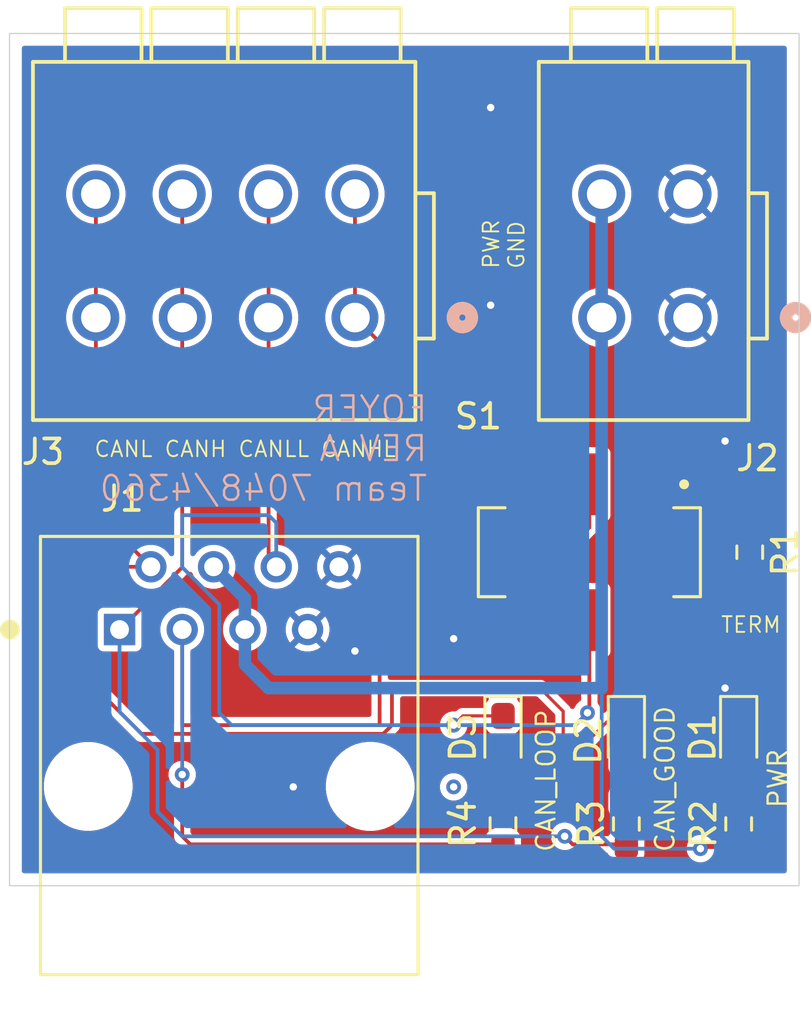
<source format=kicad_pcb>
(kicad_pcb (version 20241229) (generator "pcbnew") (generator_version "9.0")
  (layers (0 "F.Cu" signal) (2 "B.Cu" signal) (13 "F.Paste" user) (15 "B.Paste" user) (5 "F.SilkS" user "F.Silkscreen") (7 "B.SilkS" user "B.Silkscreen") (1 "F.Mask" user) (3 "B.Mask" user) (25 "Edge.Cuts" user))
  (net 0 "")
  (net 1 "GND")
  (net 2 "Net-(D1-A)")
  (net 3 "/CAN_LOW")
  (net 4 "Net-(D2-A)")
  (net 5 "/CAN_LOW_LOOP")
  (net 6 "Net-(D3-A)")
  (net 7 "/VBAT")
  (net 8 "/CAN_HIGH")
  (net 9 "/CAN_HIGH_LOOP")
  (net 10 "Net-(R1-Pad2)")
  (net 11 "Net-(R1-Pad1)")
  (footprint "LED_SMD:LED_0603_1608Metric_Pad1.05x0.95mm_HandSolder" (layer "F.Cu") (at 162.052 103 -90)
    (property "Reference" "D1" (at 0 1.464 270) (layer "F.SilkS"))
    (property "Value" "LED")
    (fp_line (start -1.66 0.735) (end 0.8 0.735) (stroke (width 0.12)) (layer "F.SilkS"))
    (fp_line (start -1.66 -0.735) (end -1.66 0.735) (stroke (width 0.12)) (layer "F.SilkS"))
    (fp_line (start 0.8 -0.735) (end -1.66 -0.735) (stroke (width 0.12)) (layer "F.SilkS"))
    (pad "1" smd roundrect (at -0.875 0 270) (size 1.05 0.95) (layers "F.Cu" "F.Mask" "F.Paste") (net 1 "GND"))
    (pad "2" smd roundrect (at 0.875 0 270) (size 1.05 0.95) (layers "F.Cu" "F.Mask" "F.Paste") (net 2 "Net-(D1-A)"))
  )
  (footprint "LocalFootprints:SW_JS202011SCQN" (layer "F.Cu") (at 156 95.5 180)
    (property "Reference" "S1" (at 4.5 5.5 0) (layer "F.SilkS"))
    (property "Value" "JS202011SCQN")
    (fp_line (start 4.5 1.8) (end 4.5 -1.8) (stroke (width 0.127)) (layer "F.SilkS"))
    (fp_line (start 4.5 -1.8) (end 3.42 -1.8) (stroke (width 0.127)) (layer "F.SilkS"))
    (fp_line (start 3.42 1.8) (end 4.5 1.8) (stroke (width 0.127)) (layer "F.SilkS"))
    (fp_line (start -3.42 -1.8) (end -4.5 -1.8) (stroke (width 0.127)) (layer "F.SilkS"))
    (fp_line (start -4.5 1.8) (end -3.42 1.8) (stroke (width 0.127)) (layer "F.SilkS"))
    (fp_line (start -4.5 -1.8) (end -4.5 1.8) (stroke (width 0.127)) (layer "F.SilkS"))
    (fp_circle (center -3.84 2.75) (end -3.74 2.75) (stroke (width 0.2)) (fill no) (layer "F.SilkS"))
    (pad "1" smd rect (at -2.5 2.75 180) (size 1.2 2.5) (layers "F.Cu" "F.Mask" "F.Paste") (net 11 "Net-(R1-Pad1)"))
    (pad "2" smd rect (at 0 2.75 180) (size 1.2 2.5) (layers "F.Cu" "F.Mask" "F.Paste") (net 9 "/CAN_HIGH_LOOP"))
    (pad "3" smd rect (at 2.5 2.75 180) (size 1.2 2.5) (layers "F.Cu" "F.Mask" "F.Paste"))
    (pad "4" smd rect (at -2.5 -2.75 180) (size 1.2 2.5) (layers "F.Cu" "F.Mask" "F.Paste") (net 10 "Net-(R1-Pad2)"))
    (pad "5" smd rect (at 0 -2.75 180) (size 1.2 2.5) (layers "F.Cu" "F.Mask" "F.Paste") (net 5 "/CAN_LOW_LOOP"))
    (pad "6" smd rect (at 2.5 -2.75 180) (size 1.2 2.5) (layers "F.Cu" "F.Mask" "F.Paste"))
  )
  (footprint "LocalFootprints:CONN2_2601-1102_WAG" (layer "F.Cu") (at 160 86 180)
    (property "Reference" "J2" (at -2.814 -5.694 0) (layer "F.SilkS"))
    (property "Value" "2601-1102")
    (fp_line (start 6.05 -4.149999) (end 6.05 10.349999) (stroke (width 0.1524)) (layer "F.SilkS"))
    (fp_line (start 4.75 10.35) (end 4.75 12.524999) (stroke (width 0.1524)) (layer "F.SilkS"))
    (fp_line (start 1.650001 12.524999) (end 4.75 12.524999) (stroke (width 0.1524)) (layer "F.SilkS"))
    (fp_line (start 1.650001 10.35) (end 1.650001 12.524999) (stroke (width 0.1524)) (layer "F.SilkS"))
    (fp_line (start 1.249999 10.35) (end 1.249999 12.524999) (stroke (width 0.1524)) (layer "F.SilkS"))
    (fp_line (start -1.85 12.524999) (end 1.249999 12.524999) (stroke (width 0.1524)) (layer "F.SilkS"))
    (fp_line (start -1.85 10.35) (end -1.85 12.524999) (stroke (width 0.1524)) (layer "F.SilkS"))
    (fp_line (start -2.449999 5.034001) (end -3.2 5.034001) (stroke (width 0.1524)) (layer "F.SilkS"))
    (fp_line (start -2.449999 -0.849998) (end -3.2 -0.849998) (stroke (width 0.1524)) (layer "F.SilkS"))
    (fp_line (start -2.45 10.349999) (end 6.05 10.349999) (stroke (width 0.1524)) (layer "F.SilkS"))
    (fp_line (start -2.45 10.349999) (end -2.45 -4.149999) (stroke (width 0.1524)) (layer "F.SilkS"))
    (fp_line (start -2.45 -4.149999) (end 6.05 -4.149999) (stroke (width 0.1524)) (layer "F.SilkS"))
    (fp_line (start -3.2 5.034001) (end -3.2 -0.849998) (stroke (width 0.1524)) (layer "F.SilkS"))
    (fp_circle (center -4.355 0) (end -3.974 0) (stroke (width 0.508)) (fill no) (layer "F.SilkS"))
    (fp_circle (center -4.355 0) (end -3.974 0) (stroke (width 0.508)) (fill no) (layer "B.SilkS"))
    (pad "1" thru_hole circle (at 0 0 180) (size 1.9 1.9) (drill 1.2) (layers "*.Cu" "*.Mask") (net 1 "GND"))
    (pad "2" thru_hole circle (at 0 5 180) (size 1.9 1.9) (drill 1.2) (layers "*.Cu" "*.Mask") (net 1 "GND"))
    (pad "3" thru_hole circle (at 3.5 0 180) (size 1.9 1.9) (drill 1.2) (layers "*.Cu" "*.Mask") (net 7 "/VBAT"))
    (pad "4" thru_hole circle (at 3.5 5 180) (size 1.9 1.9) (drill 1.2) (layers "*.Cu" "*.Mask") (net 7 "/VBAT"))
  )
  (footprint "Resistor_SMD:R_0603_1608Metric_Pad0.98x0.95mm_HandSolder" (layer "F.Cu") (at 162.052 106.5 90)
    (property "Reference" "R2" (at 0 -1.43 90) (layer "F.SilkS"))
    (property "Value" "680")
    (fp_line (start -0.254724 -0.5225) (end 0.254724 -0.5225) (stroke (width 0.12)) (layer "F.SilkS"))
    (fp_line (start -0.254724 0.5225) (end 0.254724 0.5225) (stroke (width 0.12)) (layer "F.SilkS"))
    (pad "1" smd roundrect (at -0.9125 0 90) (size 0.975 0.95) (layers "F.Cu" "F.Mask" "F.Paste") (net 7 "/VBAT"))
    (pad "2" smd roundrect (at 0.9125 0 90) (size 0.975 0.95) (layers "F.Cu" "F.Mask" "F.Paste") (net 2 "Net-(D1-A)"))
  )
  (footprint "Resistor_SMD:R_0603_1608Metric_Pad0.98x0.95mm_HandSolder" (layer "F.Cu") (at 152.5 106.5 90)
    (property "Reference" "R4" (at 0 -1.624 90) (layer "F.SilkS"))
    (property "Value" "680")
    (fp_line (start -0.254724 -0.5225) (end 0.254724 -0.5225) (stroke (width 0.12)) (layer "F.SilkS"))
    (fp_line (start -0.254724 0.5225) (end 0.254724 0.5225) (stroke (width 0.12)) (layer "F.SilkS"))
    (pad "1" smd roundrect (at -0.9125 0 90) (size 0.975 0.95) (layers "F.Cu" "F.Mask" "F.Paste") (net 9 "/CAN_HIGH_LOOP"))
    (pad "2" smd roundrect (at 0.9125 0 90) (size 0.975 0.95) (layers "F.Cu" "F.Mask" "F.Paste") (net 6 "Net-(D3-A)"))
  )
  (footprint "LocalFootprints:CONN4_2601-1104_WAG" (layer "F.Cu") (at 146.5 86 180)
    (property "Reference" "J3" (at 12.642 -5.44 0) (layer "F.SilkS"))
    (property "Value" "2601-1104")
    (fp_line (start 13.050002 -4.149999) (end 13.050002 10.349999) (stroke (width 0.1524)) (layer "F.SilkS"))
    (fp_line (start 11.750002 10.35) (end 11.750002 12.524999) (stroke (width 0.1524)) (layer "F.SilkS"))
    (fp_line (start 8.650003 12.524999) (end 11.750002 12.524999) (stroke (width 0.1524)) (layer "F.SilkS"))
    (fp_line (start 8.650003 10.35) (end 8.650003 12.524999) (stroke (width 0.1524)) (layer "F.SilkS"))
    (fp_line (start 8.250001 10.35) (end 8.250001 12.524999) (stroke (width 0.1524)) (layer "F.SilkS"))
    (fp_line (start 5.150002 12.524999) (end 8.250001 12.524999) (stroke (width 0.1524)) (layer "F.SilkS"))
    (fp_line (start 5.150002 10.35) (end 5.150002 12.524999) (stroke (width 0.1524)) (layer "F.SilkS"))
    (fp_line (start 4.750001 10.35) (end 4.750001 12.524999) (stroke (width 0.1524)) (layer "F.SilkS"))
    (fp_line (start 1.650002 12.524999) (end 4.750001 12.524999) (stroke (width 0.1524)) (layer "F.SilkS"))
    (fp_line (start 1.650002 10.35) (end 1.650002 12.524999) (stroke (width 0.1524)) (layer "F.SilkS"))
    (fp_line (start 1.25 10.35) (end 1.25 12.524999) (stroke (width 0.1524)) (layer "F.SilkS"))
    (fp_line (start -1.849999 12.524999) (end 1.25 12.524999) (stroke (width 0.1524)) (layer "F.SilkS"))
    (fp_line (start -1.849999 10.35) (end -1.849999 12.524999) (stroke (width 0.1524)) (layer "F.SilkS"))
    (fp_line (start -2.449998 5.034001) (end -3.199999 5.034001) (stroke (width 0.1524)) (layer "F.SilkS"))
    (fp_line (start -2.449998 -0.849998) (end -3.199999 -0.849998) (stroke (width 0.1524)) (layer "F.SilkS"))
    (fp_line (start -2.449999 10.349999) (end 13.050002 10.349999) (stroke (width 0.1524)) (layer "F.SilkS"))
    (fp_line (start -2.449999 10.349999) (end -2.449999 -4.149999) (stroke (width 0.1524)) (layer "F.SilkS"))
    (fp_line (start -2.449999 -4.149999) (end 13.050002 -4.149999) (stroke (width 0.1524)) (layer "F.SilkS"))
    (fp_line (start -3.199999 5.034001) (end -3.199999 -0.849998) (stroke (width 0.1524)) (layer "F.SilkS"))
    (fp_circle (center -4.354998 0) (end -3.973998 0) (stroke (width 0.508)) (fill no) (layer "F.SilkS"))
    (fp_circle (center -4.354998 0) (end -3.973998 0) (stroke (width 0.508)) (fill no) (layer "B.SilkS"))
    (pad "1" thru_hole circle (at 0 0 180) (size 1.9 1.9) (drill 1.2) (layers "*.Cu" "*.Mask") (net 9 "/CAN_HIGH_LOOP"))
    (pad "2" thru_hole circle (at 0 5 180) (size 1.9 1.9) (drill 1.2) (layers "*.Cu" "*.Mask") (net 9 "/CAN_HIGH_LOOP"))
    (pad "3" thru_hole circle (at 3.500003 0 180) (size 1.9 1.9) (drill 1.2) (layers "*.Cu" "*.Mask") (net 5 "/CAN_LOW_LOOP"))
    (pad "4" thru_hole circle (at 3.500003 5 180) (size 1.9 1.9) (drill 1.2) (layers "*.Cu" "*.Mask") (net 5 "/CAN_LOW_LOOP"))
    (pad "5" thru_hole circle (at 7.000004 0 180) (size 1.9 1.9) (drill 1.2) (layers "*.Cu" "*.Mask") (net 8 "/CAN_HIGH"))
    (pad "6" thru_hole circle (at 7.000004 5 180) (size 1.9 1.9) (drill 1.2) (layers "*.Cu" "*.Mask") (net 8 "/CAN_HIGH"))
    (pad "7" thru_hole circle (at 10.500004 0 180) (size 1.9 1.9) (drill 1.2) (layers "*.Cu" "*.Mask") (net 3 "/CAN_LOW"))
    (pad "8" thru_hole circle (at 10.500004 5 180) (size 1.9 1.9) (drill 1.2) (layers "*.Cu" "*.Mask") (net 3 "/CAN_LOW"))
  )
  (footprint "LocalFootprints:AMPHENOL_54602-908LF" (layer "F.Cu") (at 141.405 104.98)
    (property "Reference" "J1" (at -4.331825 -11.646315 0) (layer "F.SilkS") (effects (font (size 1.001598 1.001598))))
    (property "Value" "RJ45")
    (fp_line (start -7.65 -10.12) (end 7.65 -10.12) (stroke (width 0.127)) (layer "F.SilkS"))
    (fp_line (start -7.65 7.62) (end -7.65 -10.12) (stroke (width 0.127)) (layer "F.SilkS"))
    (fp_line (start 7.65 -10.12) (end 7.65 7.62) (stroke (width 0.127)) (layer "F.SilkS"))
    (fp_line (start 7.65 7.62) (end -7.65 7.62) (stroke (width 0.127)) (layer "F.SilkS"))
    (fp_circle (center -8.89 -6.35) (end -8.69 -6.35) (stroke (width 0.4)) (fill no) (layer "F.SilkS"))
    (pad "" np_thru_hole circle (at -5.715 0) (size 3.2 3.2) (drill 3.2) (layers "*.Cu" "*.Mask"))
    (pad "" np_thru_hole circle (at 5.715 0) (size 3.2 3.2) (drill 3.2) (layers "*.Cu" "*.Mask"))
    (pad "1" thru_hole rect (at -4.445 -6.35) (size 1.268 1.268) (drill 0.76) (layers "*.Cu" "*.Mask") (net 8 "/CAN_HIGH"))
    (pad "2" thru_hole circle (at -3.175 -8.89) (size 1.268 1.268) (drill 0.76) (layers "*.Cu" "*.Mask") (net 3 "/CAN_LOW"))
    (pad "3" thru_hole circle (at -1.905 -6.35) (size 1.268 1.268) (drill 0.76) (layers "*.Cu" "*.Mask") (net 9 "/CAN_HIGH_LOOP"))
    (pad "4" thru_hole circle (at -0.635 -8.89) (size 1.268 1.268) (drill 0.76) (layers "*.Cu" "*.Mask") (net 7 "/VBAT"))
    (pad "5" thru_hole circle (at 0.635 -6.35) (size 1.268 1.268) (drill 0.76) (layers "*.Cu" "*.Mask") (net 7 "/VBAT"))
    (pad "6" thru_hole circle (at 1.905 -8.89) (size 1.268 1.268) (drill 0.76) (layers "*.Cu" "*.Mask") (net 5 "/CAN_LOW_LOOP"))
    (pad "7" thru_hole circle (at 3.175 -6.35) (size 1.268 1.268) (drill 0.76) (layers "*.Cu" "*.Mask") (net 1 "GND"))
    (pad "8" thru_hole circle (at 4.445 -8.89) (size 1.268 1.268) (drill 0.76) (layers "*.Cu" "*.Mask") (net 1 "GND"))
  )
  (footprint "Resistor_SMD:R_0603_1608Metric_Pad0.98x0.95mm_HandSolder" (layer "F.Cu") (at 162.5 95.5 -90)
    (property "Reference" "R1" (at 0 -1.43 270) (layer "F.SilkS"))
    (property "Value" "120")
    (fp_line (start -0.254724 0.5225) (end 0.254724 0.5225) (stroke (width 0.12)) (layer "F.SilkS"))
    (fp_line (start -0.254724 -0.5225) (end 0.254724 -0.5225) (stroke (width 0.12)) (layer "F.SilkS"))
    (pad "1" smd roundrect (at -0.9125 0 270) (size 0.975 0.95) (layers "F.Cu" "F.Mask" "F.Paste") (net 11 "Net-(R1-Pad1)"))
    (pad "2" smd roundrect (at 0.9125 0 270) (size 0.975 0.95) (layers "F.Cu" "F.Mask" "F.Paste") (net 10 "Net-(R1-Pad2)"))
  )
  (footprint "LED_SMD:LED_0603_1608Metric_Pad1.05x0.95mm_HandSolder" (layer "F.Cu") (at 157.5 103 -90)
    (property "Reference" "D2" (at 0.124 1.544 270) (layer "F.SilkS"))
    (property "Value" "LED")
    (fp_line (start -1.66 0.735) (end 0.8 0.735) (stroke (width 0.12)) (layer "F.SilkS"))
    (fp_line (start -1.66 -0.735) (end -1.66 0.735) (stroke (width 0.12)) (layer "F.SilkS"))
    (fp_line (start 0.8 -0.735) (end -1.66 -0.735) (stroke (width 0.12)) (layer "F.SilkS"))
    (pad "1" smd roundrect (at -0.875 0 270) (size 1.05 0.95) (layers "F.Cu" "F.Mask" "F.Paste") (net 3 "/CAN_LOW"))
    (pad "2" smd roundrect (at 0.875 0 270) (size 1.05 0.95) (layers "F.Cu" "F.Mask" "F.Paste") (net 4 "Net-(D2-A)"))
  )
  (footprint "LED_SMD:LED_0603_1608Metric_Pad1.05x0.95mm_HandSolder" (layer "F.Cu") (at 152.5 103 -90)
    (property "Reference" "D3" (at 0 1.624 270) (layer "F.SilkS"))
    (property "Value" "LED")
    (fp_line (start -1.66 0.735) (end 0.8 0.735) (stroke (width 0.12)) (layer "F.SilkS"))
    (fp_line (start -1.66 -0.735) (end -1.66 0.735) (stroke (width 0.12)) (layer "F.SilkS"))
    (fp_line (start 0.8 -0.735) (end -1.66 -0.735) (stroke (width 0.12)) (layer "F.SilkS"))
    (pad "1" smd roundrect (at -0.875 0 270) (size 1.05 0.95) (layers "F.Cu" "F.Mask" "F.Paste") (net 5 "/CAN_LOW_LOOP"))
    (pad "2" smd roundrect (at 0.875 0 270) (size 1.05 0.95) (layers "F.Cu" "F.Mask" "F.Paste") (net 6 "Net-(D3-A)"))
  )
  (footprint "Resistor_SMD:R_0603_1608Metric_Pad0.98x0.95mm_HandSolder" (layer "F.Cu") (at 157.5 106.5 90)
    (property "Reference" "R3" (at 0 -1.43 90) (layer "F.SilkS"))
    (property "Value" "680")
    (fp_line (start -0.254724 -0.5225) (end 0.254724 -0.5225) (stroke (width 0.12)) (layer "F.SilkS"))
    (fp_line (start -0.254724 0.5225) (end 0.254724 0.5225) (stroke (width 0.12)) (layer "F.SilkS"))
    (pad "1" smd roundrect (at -0.9125 0 90) (size 0.975 0.95) (layers "F.Cu" "F.Mask" "F.Paste") (net 8 "/CAN_HIGH"))
    (pad "2" smd roundrect (at 0.9125 0 90) (size 0.975 0.95) (layers "F.Cu" "F.Mask" "F.Paste") (net 4 "Net-(D2-A)"))
  )
  (gr_rect (start 132.5 74.5) (end 164.5 109) (stroke (width 0.05)) (fill no) (layer "Edge.Cuts"))
  (gr_text "PWR" (at 164.084 105.918 90) (layer "F.SilkS") (effects (font (size 0.762 0.762) (thickness 0.09525)) (justify left bottom)))
  (gr_text "PWR\nGND" (at 153.416 84.074 90) (layer "F.SilkS") (effects (font (size 0.635 0.635) (thickness 0.0762)) (justify left bottom)))
  (gr_text "CAN_LOOP" (at 154.686 107.696 90) (layer "F.SilkS") (effects (font (size 0.762 0.762) (thickness 0.09525)) (justify left bottom)))
  (gr_text "TERM" (at 161.29 98.806 0) (layer "F.SilkS") (effects (font (size 0.635 0.635) (thickness 0.0762)) (justify left bottom)))
  (gr_text "CAN_GOOD" (at 159.512 107.696 90) (layer "F.SilkS") (effects (font (size 0.762 0.762) (thickness 0.09525)) (justify left bottom)))
  (gr_text "CANL CANH CANLL CANHL" (at 135.89 91.694 0) (layer "F.SilkS") (effects (font (size 0.635 0.635) (thickness 0.0762)) (justify left bottom)))
  (gr_text "FOYER\nREV A\nTeam 7048/4360" (at 149.5 93.5 0) (layer "B.SilkS") (effects (font (size 1 1) (thickness 0.1)) (justify left bottom mirror)))
  (via (at 150.5 105) (size 0.6) (drill 0.3) (layers "F.Cu" "B.Cu") (net 0))
  (via (at 144 105) (size 0.6) (drill 0.3) (layers "F.Cu" "B.Cu") (net 1))
  (via (at 152 85.5) (size 0.6) (drill 0.3) (layers "F.Cu" "B.Cu") (net 1))
  (via (at 152 77.5) (size 0.6) (drill 0.3) (layers "F.Cu" "B.Cu") (net 1))
  (via (at 150.5 99) (size 0.6) (drill 0.3) (layers "F.Cu" "B.Cu") (net 1))
  (via (at 161.5 91) (size 0.6) (drill 0.3) (layers "F.Cu" "B.Cu") (net 1))
  (via (at 146.5 99.5) (size 0.6) (drill 0.3) (layers "F.Cu" "B.Cu") (net 1))
  (via (at 161.5 101) (size 0.6) (drill 0.3) (layers "F.Cu" "B.Cu") (net 1))
  (segment (start 162.052 105.5875) (end 162.052 103.875) (width 0.2) (layer "F.Cu") (net 2))
  (segment (start 135.999996 86) (end 135.999996 93.859996) (width 0.1524) (layer "F.Cu") (net 3))
  (segment (start 135 100) (end 135 96.5) (width 0.1524) (layer "F.Cu") (net 3))
  (segment (start 148 101) (end 148 102.499783) (width 0.1524) (layer "F.Cu") (net 3))
  (segment (start 135 96.5) (end 135.41 96.09) (width 0.1524) (layer "F.Cu") (net 3))
  (segment (start 135.999996 81) (end 135.999996 86) (width 0.1524) (layer "F.Cu") (net 3))
  (segment (start 147.646383 102.8534) (end 137.8534 102.8534) (width 0.1524) (layer "F.Cu") (net 3))
  (segment (start 137.8534 102.8534) (end 135 100) (width 0.1524) (layer "F.Cu") (net 3))
  (segment (start 157.5 102.125) (end 156.955 102.125) (width 0.127) (layer "F.Cu") (net 3))
  (segment (start 156.955 102.125) (end 155.956 103.124) (width 0.127) (layer "F.Cu") (net 3))
  (segment (start 155.956 103.124) (end 154.94 103.124) (width 0.127) (layer "F.Cu") (net 3))
  (segment (start 135.999996 93.859996) (end 138.23 96.09) (width 0.1524) (layer "F.Cu") (net 3))
  (segment (start 154.94 101.94) (end 154 101) (width 0.127) (layer "F.Cu") (net 3))
  (segment (start 154 101) (end 148 101) (width 0.1524) (layer "F.Cu") (net 3))
  (segment (start 154.94 103.124) (end 154.94 101.94) (width 0.127) (layer "F.Cu") (net 3))
  (segment (start 148 102.499783) (end 147.646383 102.8534) (width 0.1524) (layer "F.Cu") (net 3))
  (segment (start 135.41 96.09) (end 138.23 96.09) (width 0.1524) (layer "F.Cu") (net 3))
  (segment (start 157.5 105.675) (end 157.5 103.82) (width 0.1524) (layer "F.Cu") (net 4))
  (segment (start 152.5 102.125) (end 150.875 102.125) (width 0.127) (layer "F.Cu") (net 5))
  (segment (start 156 101.9238) (end 155.9238 102) (width 0.1524) (layer "F.Cu") (net 5))
  (segment (start 142.999997 86) (end 142.999997 95.779997) (width 0.1524) (layer "F.Cu") (net 5))
  (segment (start 156 98.25) (end 156 101.9238) (width 0.1524) (layer "F.Cu") (net 5))
  (segment (start 142.999997 81) (end 142.999997 86) (width 0.1524) (layer "F.Cu") (net 5))
  (segment (start 150.875 102.125) (end 150.5 102.5) (width 0.127) (layer "F.Cu") (net 5))
  (segment (start 142.999997 95.779997) (end 143.31 96.09) (width 0.1524) (layer "F.Cu") (net 5))
  (via (at 155.9238 102) (size 0.6) (drill 0.3) (layers "F.Cu" "B.Cu") (net 5))
  (via (at 150.5 102.5) (size 0.6) (drill 0.3) (layers "F.Cu" "B.Cu") (net 5))
  (segment (start 143 94) (end 143.31 94.31) (width 0.1524) (layer "B.Cu") (net 5))
  (segment (start 155.9238 102) (end 155.4238 102.5) (width 0.1524) (layer "B.Cu") (net 5))
  (segment (start 141 97.608632) (end 139.5 96.108632) (width 0.1524) (layer "B.Cu") (net 5))
  (segment (start 155.4238 102.5) (end 150.5 102.5) (width 0.1524) (layer "B.Cu") (net 5))
  (segment (start 139.5 94) (end 143 94) (width 0.1524) (layer "B.Cu") (net 5))
  (segment (start 141.5 102.5) (end 141 102) (width 0.1524) (layer "B.Cu") (net 5))
  (segment (start 141 102) (end 141 97.608632) (width 0.1524) (layer "B.Cu") (net 5))
  (segment (start 150.5 102.5) (end 141.5 102.5) (width 0.1524) (layer "B.Cu") (net 5))
  (segment (start 139.5 96.108632) (end 139.5 94) (width 0.1524) (layer "B.Cu") (net 5))
  (segment (start 143.31 94.31) (end 143.31 96.09) (width 0.1524) (layer "B.Cu") (net 5))
  (segment (start 152.5 105.675) (end 152.5 103.82) (width 0.1524) (layer "F.Cu") (net 6))
  (segment (start 162.052 107.4125) (end 160.5875 107.4125) (width 0.2) (layer "F.Cu") (net 7))
  (segment (start 160.675 107.325) (end 160.5 107.5) (width 0.1524) (layer "F.Cu") (net 7))
  (segment (start 160.5875 107.4125) (end 160.5 107.5) (width 0.2) (layer "F.Cu") (net 7))
  (via (at 160.5 107.5) (size 0.6) (drill 0.3) (layers "F.Cu" "B.Cu") (net 7))
  (segment (start 156.5 107) (end 156.5 101) (width 0.1524) (layer "B.Cu") (net 7))
  (segment (start 142.04 98.63) (end 142.04 100.04) (width 0.508) (layer "B.Cu") (net 7))
  (segment (start 142.04 98.63) (end 142.04 97.36) (width 0.508) (layer "B.Cu") (net 7))
  (segment (start 142.04 97.36) (end 140.77 96.09) (width 0.508) (layer "B.Cu") (net 7))
  (segment (start 156.5 81) (end 156.5 86) (width 0.508) (layer "B.Cu") (net 7))
  (segment (start 142.04 100.04) (end 143 101) (width 0.508) (layer "B.Cu") (net 7))
  (segment (start 157 107.5) (end 156.5 107) (width 0.1524) (layer "B.Cu") (net 7))
  (segment (start 160.5 107.5) (end 157 107.5) (width 0.1524) (layer "B.Cu") (net 7))
  (segment (start 156.5 86) (end 156.5 101) (width 0.508) (layer "B.Cu") (net 7))
  (segment (start 143 101) (end 156.5 101) (width 0.508) (layer "B.Cu") (net 7))
  (segment (start 157.5 107.325) (end 155.325 107.325) (width 0.1524) (layer "F.Cu") (net 8))
  (segment (start 139.499996 81) (end 139.499996 86) (width 0.1524) (layer "F.Cu") (net 8))
  (segment (start 136.978632 98.63) (end 136.96 98.63) (width 0.1524) (layer "F.Cu") (net 8))
  (segment (start 155.325 107.325) (end 155 107) (width 0.1524) (layer "F.Cu") (net 8))
  (segment (start 139.499996 96.108636) (end 136.978632 98.63) (width 0.1524) (layer "F.Cu") (net 8))
  (segment (start 139.499996 86) (end 139.499996 96.108636) (width 0.1524) (layer "F.Cu") (net 8))
  (via (at 155 107) (size 0.6) (drill 0.3) (layers "F.Cu" "B.Cu") (net 8))
  (segment (start 136.96 101.96) (end 136.96 98.63) (width 0.1524) (layer "B.Cu") (net 8))
  (segment (start 138.5 106) (end 138.5 103.5) (width 0.1524) (layer "B.Cu") (net 8))
  (segment (start 138.5 103.5) (end 136.96 101.96) (width 0.1524) (layer "B.Cu") (net 8))
  (segment (start 139.5 107) (end 138.5 106) (width 0.1524) (layer "B.Cu") (net 8))
  (segment (start 155 107) (end 139.5 107) (width 0.1524) (layer "B.Cu") (net 8))
  (segment (start 147.5 95) (end 147.5 102.5) (width 0.1524) (layer "F.Cu") (net 9))
  (segment (start 146.5 81) (end 146.5 86) (width 0.1524) (layer "F.Cu") (net 9))
  (segment (start 139.5 102.5) (end 139.5 98.63) (width 0.1524) (layer "F.Cu") (net 9))
  (segment (start 156 94.5) (end 155.5 95) (width 0.1524) (layer "F.Cu") (net 9))
  (segment (start 156 92.75) (end 156 94.5) (width 0.1524) (layer "F.Cu") (net 9))
  (segment (start 146.5 86) (end 147.5 87) (width 0.1524) (layer "F.Cu") (net 9))
  (segment (start 147.5 87) (end 147.5 95) (width 0.1524) (layer "F.Cu") (net 9))
  (segment (start 147.5 102.5) (end 139.5 102.5) (width 0.1524) (layer "F.Cu") (net 9))
  (segment (start 155.5 95) (end 147.5 95) (width 0.1524) (layer "F.Cu") (net 9))
  (segment (start 139.825 107.325) (end 139.5 107) (width 0.1524) (layer "F.Cu") (net 9))
  (segment (start 152.5 107.325) (end 139.825 107.325) (width 0.1524) (layer "F.Cu") (net 9))
  (segment (start 139.5 107) (end 139.5 104.5) (width 0.1524) (layer "F.Cu") (net 9))
  (via (at 139.5 104.5) (size 0.6) (drill 0.3) (layers "F.Cu" "B.Cu") (net 9))
  (segment (start 139.5 104.5) (end 139.5 98.63) (width 0.1524) (layer "B.Cu") (net 9))
  (segment (start 162.5 96.325) (end 160.425 96.325) (width 0.1524) (layer "F.Cu") (net 10))
  (segment (start 160.425 96.325) (end 158.5 98.25) (width 0.1524) (layer "F.Cu") (net 10))
  (segment (start 162.5 94.675) (end 160.425 94.675) (width 0.1524) (layer "F.Cu") (net 11))
  (segment (start 160.425 94.675) (end 158.5 92.75) (width 0.1524) (layer "F.Cu") (net 11))
  (zone (net 1) (net_name "GND") (layers "F.Cu" "B.Cu") (connect_pads (clearance 0.254)) (min_thickness 0.2032) (fill yes (thermal_gap 0.254) (thermal_bridge_width 0.254))
    (polygon (pts (xy 132.5 74.5) (xy 164.5 74.5) (xy 164.5 109) (xy 132.5 109)))
  )
)
</source>
